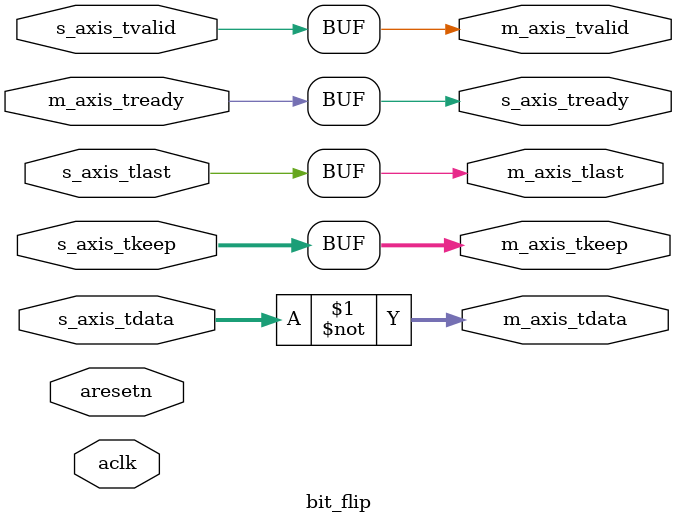
<source format=v>
`timescale 1ns / 1ps


module bit_flip(
    //async clock and rst
    input aclk,
    input aresetn,


    //slave input signals from DMA master
    input [31:0] s_axis_tdata,
    input [3:0] s_axis_tkeep,
    input       s_axis_tlast,
    output       s_axis_tready,
    input       s_axis_tvalid,
    
    //master output signals to DMA slave
    output [31:0] m_axis_tdata,
    output [3:0] m_axis_tkeep,
    output       m_axis_tlast,
    input       m_axis_tready,
    output       m_axis_tvalid
    );
    
    assign m_axis_tdata = ~s_axis_tdata;
    assign m_axis_tkeep = s_axis_tkeep;
    assign m_axis_tlast = s_axis_tlast;
    assign m_axis_tvalid = s_axis_tvalid;
    assign m_axis_tready = s_axis_tready;
    
    
    
endmodule

</source>
